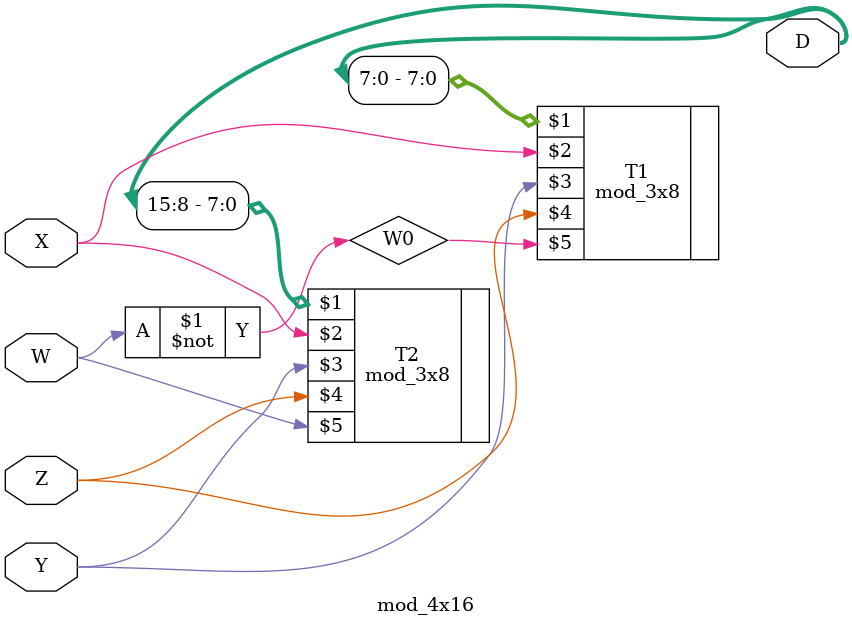
<source format=v>
`timescale 1ns / 1ps
module mod_4x16(output [15:0]D,input X,Y,Z,W
    );
wire W0;
not (W0,W);
mod_3x8 
T1(D[7:0],X,Y,Z,W0),
T2(D[15:8],X,Y,Z,W);

endmodule

</source>
